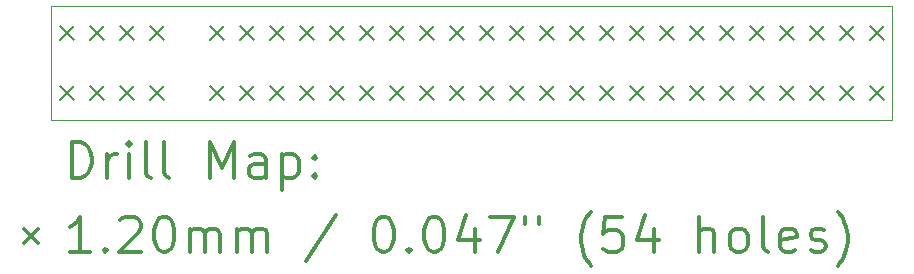
<source format=gbr>
%FSLAX45Y45*%
G04 Gerber Fmt 4.5, Leading zero omitted, Abs format (unit mm)*
G04 Created by KiCad (PCBNEW (5.1.9)-1) date 2021-04-20 22:40:59*
%MOMM*%
%LPD*%
G01*
G04 APERTURE LIST*
%TA.AperFunction,Profile*%
%ADD10C,0.050000*%
%TD*%
%ADD11C,0.200000*%
%ADD12C,0.300000*%
G04 APERTURE END LIST*
D10*
X5829300Y-15087600D02*
X5829300Y-14122400D01*
X12954000Y-15087600D02*
X5829300Y-15087600D01*
X12954000Y-14122400D02*
X12954000Y-15087600D01*
X5829300Y-14122400D02*
X12954000Y-14122400D01*
D11*
X5909000Y-14291000D02*
X6029000Y-14411000D01*
X6029000Y-14291000D02*
X5909000Y-14411000D01*
X5909000Y-14799000D02*
X6029000Y-14919000D01*
X6029000Y-14799000D02*
X5909000Y-14919000D01*
X6163000Y-14291000D02*
X6283000Y-14411000D01*
X6283000Y-14291000D02*
X6163000Y-14411000D01*
X6163000Y-14799000D02*
X6283000Y-14919000D01*
X6283000Y-14799000D02*
X6163000Y-14919000D01*
X6417000Y-14291000D02*
X6537000Y-14411000D01*
X6537000Y-14291000D02*
X6417000Y-14411000D01*
X6417000Y-14799000D02*
X6537000Y-14919000D01*
X6537000Y-14799000D02*
X6417000Y-14919000D01*
X6671000Y-14291000D02*
X6791000Y-14411000D01*
X6791000Y-14291000D02*
X6671000Y-14411000D01*
X6671000Y-14799000D02*
X6791000Y-14919000D01*
X6791000Y-14799000D02*
X6671000Y-14919000D01*
X7179000Y-14291000D02*
X7299000Y-14411000D01*
X7299000Y-14291000D02*
X7179000Y-14411000D01*
X7179000Y-14799000D02*
X7299000Y-14919000D01*
X7299000Y-14799000D02*
X7179000Y-14919000D01*
X7433000Y-14291000D02*
X7553000Y-14411000D01*
X7553000Y-14291000D02*
X7433000Y-14411000D01*
X7433000Y-14799000D02*
X7553000Y-14919000D01*
X7553000Y-14799000D02*
X7433000Y-14919000D01*
X7687000Y-14291000D02*
X7807000Y-14411000D01*
X7807000Y-14291000D02*
X7687000Y-14411000D01*
X7687000Y-14799000D02*
X7807000Y-14919000D01*
X7807000Y-14799000D02*
X7687000Y-14919000D01*
X7941000Y-14291000D02*
X8061000Y-14411000D01*
X8061000Y-14291000D02*
X7941000Y-14411000D01*
X7941000Y-14799000D02*
X8061000Y-14919000D01*
X8061000Y-14799000D02*
X7941000Y-14919000D01*
X8195000Y-14291000D02*
X8315000Y-14411000D01*
X8315000Y-14291000D02*
X8195000Y-14411000D01*
X8195000Y-14799000D02*
X8315000Y-14919000D01*
X8315000Y-14799000D02*
X8195000Y-14919000D01*
X8449000Y-14291000D02*
X8569000Y-14411000D01*
X8569000Y-14291000D02*
X8449000Y-14411000D01*
X8449000Y-14799000D02*
X8569000Y-14919000D01*
X8569000Y-14799000D02*
X8449000Y-14919000D01*
X8703000Y-14291000D02*
X8823000Y-14411000D01*
X8823000Y-14291000D02*
X8703000Y-14411000D01*
X8703000Y-14799000D02*
X8823000Y-14919000D01*
X8823000Y-14799000D02*
X8703000Y-14919000D01*
X8957000Y-14291000D02*
X9077000Y-14411000D01*
X9077000Y-14291000D02*
X8957000Y-14411000D01*
X8957000Y-14799000D02*
X9077000Y-14919000D01*
X9077000Y-14799000D02*
X8957000Y-14919000D01*
X9211000Y-14291000D02*
X9331000Y-14411000D01*
X9331000Y-14291000D02*
X9211000Y-14411000D01*
X9211000Y-14799000D02*
X9331000Y-14919000D01*
X9331000Y-14799000D02*
X9211000Y-14919000D01*
X9465000Y-14291000D02*
X9585000Y-14411000D01*
X9585000Y-14291000D02*
X9465000Y-14411000D01*
X9465000Y-14799000D02*
X9585000Y-14919000D01*
X9585000Y-14799000D02*
X9465000Y-14919000D01*
X9719000Y-14291000D02*
X9839000Y-14411000D01*
X9839000Y-14291000D02*
X9719000Y-14411000D01*
X9719000Y-14799000D02*
X9839000Y-14919000D01*
X9839000Y-14799000D02*
X9719000Y-14919000D01*
X9973000Y-14291000D02*
X10093000Y-14411000D01*
X10093000Y-14291000D02*
X9973000Y-14411000D01*
X9973000Y-14799000D02*
X10093000Y-14919000D01*
X10093000Y-14799000D02*
X9973000Y-14919000D01*
X10227000Y-14291000D02*
X10347000Y-14411000D01*
X10347000Y-14291000D02*
X10227000Y-14411000D01*
X10227000Y-14799000D02*
X10347000Y-14919000D01*
X10347000Y-14799000D02*
X10227000Y-14919000D01*
X10481000Y-14291000D02*
X10601000Y-14411000D01*
X10601000Y-14291000D02*
X10481000Y-14411000D01*
X10481000Y-14799000D02*
X10601000Y-14919000D01*
X10601000Y-14799000D02*
X10481000Y-14919000D01*
X10735000Y-14291000D02*
X10855000Y-14411000D01*
X10855000Y-14291000D02*
X10735000Y-14411000D01*
X10735000Y-14799000D02*
X10855000Y-14919000D01*
X10855000Y-14799000D02*
X10735000Y-14919000D01*
X10989000Y-14291000D02*
X11109000Y-14411000D01*
X11109000Y-14291000D02*
X10989000Y-14411000D01*
X10989000Y-14799000D02*
X11109000Y-14919000D01*
X11109000Y-14799000D02*
X10989000Y-14919000D01*
X11243000Y-14291000D02*
X11363000Y-14411000D01*
X11363000Y-14291000D02*
X11243000Y-14411000D01*
X11243000Y-14799000D02*
X11363000Y-14919000D01*
X11363000Y-14799000D02*
X11243000Y-14919000D01*
X11497000Y-14291000D02*
X11617000Y-14411000D01*
X11617000Y-14291000D02*
X11497000Y-14411000D01*
X11497000Y-14799000D02*
X11617000Y-14919000D01*
X11617000Y-14799000D02*
X11497000Y-14919000D01*
X11751000Y-14291000D02*
X11871000Y-14411000D01*
X11871000Y-14291000D02*
X11751000Y-14411000D01*
X11751000Y-14799000D02*
X11871000Y-14919000D01*
X11871000Y-14799000D02*
X11751000Y-14919000D01*
X12005000Y-14291000D02*
X12125000Y-14411000D01*
X12125000Y-14291000D02*
X12005000Y-14411000D01*
X12005000Y-14799000D02*
X12125000Y-14919000D01*
X12125000Y-14799000D02*
X12005000Y-14919000D01*
X12259000Y-14291000D02*
X12379000Y-14411000D01*
X12379000Y-14291000D02*
X12259000Y-14411000D01*
X12259000Y-14799000D02*
X12379000Y-14919000D01*
X12379000Y-14799000D02*
X12259000Y-14919000D01*
X12513000Y-14291000D02*
X12633000Y-14411000D01*
X12633000Y-14291000D02*
X12513000Y-14411000D01*
X12513000Y-14799000D02*
X12633000Y-14919000D01*
X12633000Y-14799000D02*
X12513000Y-14919000D01*
X12767000Y-14291000D02*
X12887000Y-14411000D01*
X12887000Y-14291000D02*
X12767000Y-14411000D01*
X12767000Y-14799000D02*
X12887000Y-14919000D01*
X12887000Y-14799000D02*
X12767000Y-14919000D01*
D12*
X6005428Y-15574714D02*
X6005428Y-15274714D01*
X6076857Y-15274714D01*
X6119714Y-15289000D01*
X6148286Y-15317571D01*
X6162571Y-15346143D01*
X6176857Y-15403286D01*
X6176857Y-15446143D01*
X6162571Y-15503286D01*
X6148286Y-15531857D01*
X6119714Y-15560428D01*
X6076857Y-15574714D01*
X6005428Y-15574714D01*
X6305428Y-15574714D02*
X6305428Y-15374714D01*
X6305428Y-15431857D02*
X6319714Y-15403286D01*
X6334000Y-15389000D01*
X6362571Y-15374714D01*
X6391143Y-15374714D01*
X6491143Y-15574714D02*
X6491143Y-15374714D01*
X6491143Y-15274714D02*
X6476857Y-15289000D01*
X6491143Y-15303286D01*
X6505428Y-15289000D01*
X6491143Y-15274714D01*
X6491143Y-15303286D01*
X6676857Y-15574714D02*
X6648286Y-15560428D01*
X6634000Y-15531857D01*
X6634000Y-15274714D01*
X6834000Y-15574714D02*
X6805428Y-15560428D01*
X6791143Y-15531857D01*
X6791143Y-15274714D01*
X7176857Y-15574714D02*
X7176857Y-15274714D01*
X7276857Y-15489000D01*
X7376857Y-15274714D01*
X7376857Y-15574714D01*
X7648286Y-15574714D02*
X7648286Y-15417571D01*
X7634000Y-15389000D01*
X7605428Y-15374714D01*
X7548286Y-15374714D01*
X7519714Y-15389000D01*
X7648286Y-15560428D02*
X7619714Y-15574714D01*
X7548286Y-15574714D01*
X7519714Y-15560428D01*
X7505428Y-15531857D01*
X7505428Y-15503286D01*
X7519714Y-15474714D01*
X7548286Y-15460428D01*
X7619714Y-15460428D01*
X7648286Y-15446143D01*
X7791143Y-15374714D02*
X7791143Y-15674714D01*
X7791143Y-15389000D02*
X7819714Y-15374714D01*
X7876857Y-15374714D01*
X7905428Y-15389000D01*
X7919714Y-15403286D01*
X7934000Y-15431857D01*
X7934000Y-15517571D01*
X7919714Y-15546143D01*
X7905428Y-15560428D01*
X7876857Y-15574714D01*
X7819714Y-15574714D01*
X7791143Y-15560428D01*
X8062571Y-15546143D02*
X8076857Y-15560428D01*
X8062571Y-15574714D01*
X8048286Y-15560428D01*
X8062571Y-15546143D01*
X8062571Y-15574714D01*
X8062571Y-15389000D02*
X8076857Y-15403286D01*
X8062571Y-15417571D01*
X8048286Y-15403286D01*
X8062571Y-15389000D01*
X8062571Y-15417571D01*
X5599000Y-16009000D02*
X5719000Y-16129000D01*
X5719000Y-16009000D02*
X5599000Y-16129000D01*
X6162571Y-16204714D02*
X5991143Y-16204714D01*
X6076857Y-16204714D02*
X6076857Y-15904714D01*
X6048286Y-15947571D01*
X6019714Y-15976143D01*
X5991143Y-15990428D01*
X6291143Y-16176143D02*
X6305428Y-16190428D01*
X6291143Y-16204714D01*
X6276857Y-16190428D01*
X6291143Y-16176143D01*
X6291143Y-16204714D01*
X6419714Y-15933286D02*
X6434000Y-15919000D01*
X6462571Y-15904714D01*
X6534000Y-15904714D01*
X6562571Y-15919000D01*
X6576857Y-15933286D01*
X6591143Y-15961857D01*
X6591143Y-15990428D01*
X6576857Y-16033286D01*
X6405428Y-16204714D01*
X6591143Y-16204714D01*
X6776857Y-15904714D02*
X6805428Y-15904714D01*
X6834000Y-15919000D01*
X6848286Y-15933286D01*
X6862571Y-15961857D01*
X6876857Y-16019000D01*
X6876857Y-16090428D01*
X6862571Y-16147571D01*
X6848286Y-16176143D01*
X6834000Y-16190428D01*
X6805428Y-16204714D01*
X6776857Y-16204714D01*
X6748286Y-16190428D01*
X6734000Y-16176143D01*
X6719714Y-16147571D01*
X6705428Y-16090428D01*
X6705428Y-16019000D01*
X6719714Y-15961857D01*
X6734000Y-15933286D01*
X6748286Y-15919000D01*
X6776857Y-15904714D01*
X7005428Y-16204714D02*
X7005428Y-16004714D01*
X7005428Y-16033286D02*
X7019714Y-16019000D01*
X7048286Y-16004714D01*
X7091143Y-16004714D01*
X7119714Y-16019000D01*
X7134000Y-16047571D01*
X7134000Y-16204714D01*
X7134000Y-16047571D02*
X7148286Y-16019000D01*
X7176857Y-16004714D01*
X7219714Y-16004714D01*
X7248286Y-16019000D01*
X7262571Y-16047571D01*
X7262571Y-16204714D01*
X7405428Y-16204714D02*
X7405428Y-16004714D01*
X7405428Y-16033286D02*
X7419714Y-16019000D01*
X7448286Y-16004714D01*
X7491143Y-16004714D01*
X7519714Y-16019000D01*
X7534000Y-16047571D01*
X7534000Y-16204714D01*
X7534000Y-16047571D02*
X7548286Y-16019000D01*
X7576857Y-16004714D01*
X7619714Y-16004714D01*
X7648286Y-16019000D01*
X7662571Y-16047571D01*
X7662571Y-16204714D01*
X8248286Y-15890428D02*
X7991143Y-16276143D01*
X8634000Y-15904714D02*
X8662571Y-15904714D01*
X8691143Y-15919000D01*
X8705429Y-15933286D01*
X8719714Y-15961857D01*
X8734000Y-16019000D01*
X8734000Y-16090428D01*
X8719714Y-16147571D01*
X8705429Y-16176143D01*
X8691143Y-16190428D01*
X8662571Y-16204714D01*
X8634000Y-16204714D01*
X8605429Y-16190428D01*
X8591143Y-16176143D01*
X8576857Y-16147571D01*
X8562571Y-16090428D01*
X8562571Y-16019000D01*
X8576857Y-15961857D01*
X8591143Y-15933286D01*
X8605429Y-15919000D01*
X8634000Y-15904714D01*
X8862571Y-16176143D02*
X8876857Y-16190428D01*
X8862571Y-16204714D01*
X8848286Y-16190428D01*
X8862571Y-16176143D01*
X8862571Y-16204714D01*
X9062571Y-15904714D02*
X9091143Y-15904714D01*
X9119714Y-15919000D01*
X9134000Y-15933286D01*
X9148286Y-15961857D01*
X9162571Y-16019000D01*
X9162571Y-16090428D01*
X9148286Y-16147571D01*
X9134000Y-16176143D01*
X9119714Y-16190428D01*
X9091143Y-16204714D01*
X9062571Y-16204714D01*
X9034000Y-16190428D01*
X9019714Y-16176143D01*
X9005429Y-16147571D01*
X8991143Y-16090428D01*
X8991143Y-16019000D01*
X9005429Y-15961857D01*
X9019714Y-15933286D01*
X9034000Y-15919000D01*
X9062571Y-15904714D01*
X9419714Y-16004714D02*
X9419714Y-16204714D01*
X9348286Y-15890428D02*
X9276857Y-16104714D01*
X9462571Y-16104714D01*
X9548286Y-15904714D02*
X9748286Y-15904714D01*
X9619714Y-16204714D01*
X9848286Y-15904714D02*
X9848286Y-15961857D01*
X9962571Y-15904714D02*
X9962571Y-15961857D01*
X10405429Y-16319000D02*
X10391143Y-16304714D01*
X10362571Y-16261857D01*
X10348286Y-16233286D01*
X10334000Y-16190428D01*
X10319714Y-16119000D01*
X10319714Y-16061857D01*
X10334000Y-15990428D01*
X10348286Y-15947571D01*
X10362571Y-15919000D01*
X10391143Y-15876143D01*
X10405429Y-15861857D01*
X10662571Y-15904714D02*
X10519714Y-15904714D01*
X10505429Y-16047571D01*
X10519714Y-16033286D01*
X10548286Y-16019000D01*
X10619714Y-16019000D01*
X10648286Y-16033286D01*
X10662571Y-16047571D01*
X10676857Y-16076143D01*
X10676857Y-16147571D01*
X10662571Y-16176143D01*
X10648286Y-16190428D01*
X10619714Y-16204714D01*
X10548286Y-16204714D01*
X10519714Y-16190428D01*
X10505429Y-16176143D01*
X10934000Y-16004714D02*
X10934000Y-16204714D01*
X10862571Y-15890428D02*
X10791143Y-16104714D01*
X10976857Y-16104714D01*
X11319714Y-16204714D02*
X11319714Y-15904714D01*
X11448286Y-16204714D02*
X11448286Y-16047571D01*
X11434000Y-16019000D01*
X11405428Y-16004714D01*
X11362571Y-16004714D01*
X11334000Y-16019000D01*
X11319714Y-16033286D01*
X11634000Y-16204714D02*
X11605428Y-16190428D01*
X11591143Y-16176143D01*
X11576857Y-16147571D01*
X11576857Y-16061857D01*
X11591143Y-16033286D01*
X11605428Y-16019000D01*
X11634000Y-16004714D01*
X11676857Y-16004714D01*
X11705428Y-16019000D01*
X11719714Y-16033286D01*
X11734000Y-16061857D01*
X11734000Y-16147571D01*
X11719714Y-16176143D01*
X11705428Y-16190428D01*
X11676857Y-16204714D01*
X11634000Y-16204714D01*
X11905428Y-16204714D02*
X11876857Y-16190428D01*
X11862571Y-16161857D01*
X11862571Y-15904714D01*
X12134000Y-16190428D02*
X12105428Y-16204714D01*
X12048286Y-16204714D01*
X12019714Y-16190428D01*
X12005428Y-16161857D01*
X12005428Y-16047571D01*
X12019714Y-16019000D01*
X12048286Y-16004714D01*
X12105428Y-16004714D01*
X12134000Y-16019000D01*
X12148286Y-16047571D01*
X12148286Y-16076143D01*
X12005428Y-16104714D01*
X12262571Y-16190428D02*
X12291143Y-16204714D01*
X12348286Y-16204714D01*
X12376857Y-16190428D01*
X12391143Y-16161857D01*
X12391143Y-16147571D01*
X12376857Y-16119000D01*
X12348286Y-16104714D01*
X12305428Y-16104714D01*
X12276857Y-16090428D01*
X12262571Y-16061857D01*
X12262571Y-16047571D01*
X12276857Y-16019000D01*
X12305428Y-16004714D01*
X12348286Y-16004714D01*
X12376857Y-16019000D01*
X12491143Y-16319000D02*
X12505428Y-16304714D01*
X12534000Y-16261857D01*
X12548286Y-16233286D01*
X12562571Y-16190428D01*
X12576857Y-16119000D01*
X12576857Y-16061857D01*
X12562571Y-15990428D01*
X12548286Y-15947571D01*
X12534000Y-15919000D01*
X12505428Y-15876143D01*
X12491143Y-15861857D01*
M02*

</source>
